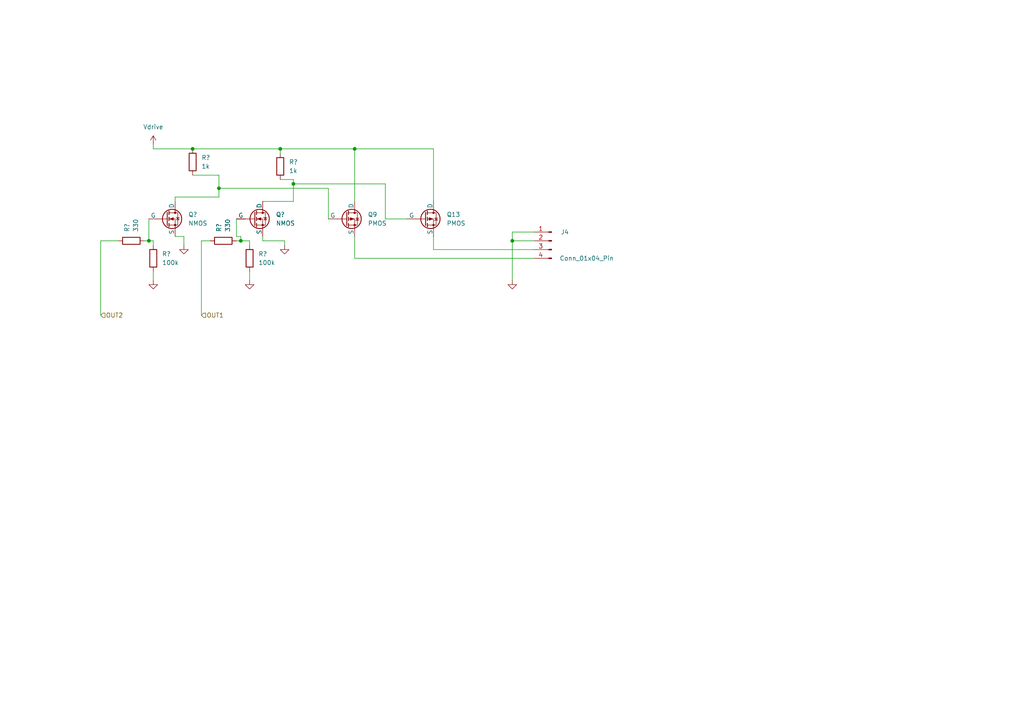
<source format=kicad_sch>
(kicad_sch (version 20230121) (generator eeschema)
  (paper "A4")
  (lib_symbols
    (symbol "Connector:Conn_01x04_Pin" (pin_names (offset 1.016) hide)
      (property "Reference" "J" (at 0 5.08 0))
      (property "Value" "Conn_01x04_Pin" (at 0 -7.62 0))
      (symbol "Conn_01x04_Pin_1_1"
        (polyline (pts (xy 1.27 -5.08) (xy 0.8636 -5.08)) (stroke (width 0.1524)))
        (polyline (pts (xy 1.27 -2.54) (xy 0.8636 -2.54)) (stroke (width 0.1524)))
        (polyline (pts (xy 1.27 0) (xy 0.8636 0)) (stroke (width 0.1524)))
        (polyline (pts (xy 1.27 2.54) (xy 0.8636 2.54)) (stroke (width 0.1524)))
        (rectangle (start 0.8636 -4.953) (end 0 -5.207) (stroke (width 0.1524)) (fill (type outline)))
        (rectangle (start 0.8636 -2.413) (end 0 -2.667) (stroke (width 0.1524)) (fill (type outline)))
        (rectangle (start 0.8636 0.127) (end 0 -0.127) (stroke (width 0.1524)) (fill (type outline)))
        (rectangle (start 0.8636 2.667) (end 0 2.413) (stroke (width 0.1524)) (fill (type outline)))
        (pin passive line (at 5.08 2.54 180) (length 3.81) (name "Pin_1") (number "1"))
        (pin passive line (at 5.08 0 180) (length 3.81) (name "Pin_2") (number "2"))
        (pin passive line (at 5.08 -2.54 180) (length 3.81) (name "Pin_3") (number "3"))
        (pin passive line (at 5.08 -5.08 180) (length 3.81) (name "Pin_4") (number "4"))
      )
    )
    (symbol "Device:R" (pin_numbers hide) (pin_names (offset 0))
      (property "Reference" "R" (at 2.032 0 90))
      (property "Value" "R" (at 0 0 90))
      (symbol "R_0_1"
        (rectangle (start -1.016 -2.54) (end 1.016 2.54) (stroke (width 0.254)))
      )
      (symbol "R_1_1"
        (pin passive line (at 0 3.81 270) (length 1.27) (name "~") (number "1"))
        (pin passive line (at 0 -3.81 90) (length 1.27) (name "~") (number "2"))
      )
    )
    (symbol "Simulation_SPICE:NMOS" (pin_numbers hide) (pin_names (offset 0))
      (property "Reference" "Q" (at 5.08 1.27 0))
      (property "Value" "NMOS" (at 5.08 -1.27 0))
      (symbol "NMOS_0_1"
        (polyline (pts (xy 0.254 0) (xy -2.54 0)))
        (polyline (pts (xy 0.254 1.905) (xy 0.254 -1.905)) (stroke (width 0.254)))
        (polyline (pts (xy 0.762 -1.27) (xy 0.762 -2.286)) (stroke (width 0.254)))
        (polyline (pts (xy 0.762 0.508) (xy 0.762 -0.508)) (stroke (width 0.254)))
        (polyline (pts (xy 0.762 2.286) (xy 0.762 1.27)) (stroke (width 0.254)))
        (polyline (pts (xy 2.54 2.54) (xy 2.54 1.778)))
        (polyline (pts (xy 2.54 -2.54) (xy 2.54 0) (xy 0.762 0)))
        (polyline (pts (xy 0.762 -1.778) (xy 3.302 -1.778) (xy 3.302 1.778) (xy 0.762 1.778)))
        (polyline (pts (xy 1.016 0) (xy 2.032 0.381) (xy 2.032 -0.381) (xy 1.016 0)) (fill (type outline)))
        (polyline (pts (xy 2.794 0.508) (xy 2.921 0.381) (xy 3.683 0.381) (xy 3.81 0.254)))
        (polyline (pts (xy 3.302 0.381) (xy 2.921 -0.254) (xy 3.683 -0.254) (xy 3.302 0.381)))
        (circle (center 1.651 0) (radius 2.794) (stroke (width 0.254)))
        (circle (center 2.54 -1.778) (radius 0.254) (fill (type outline)))
        (circle (center 2.54 1.778) (radius 0.254) (fill (type outline)))
      )
      (symbol "NMOS_1_1"
        (pin passive line (at 2.54 5.08 270) (length 2.54) (name "D") (number "1"))
        (pin input line (at -5.08 0 0) (length 2.54) (name "G") (number "2"))
        (pin passive line (at 2.54 -5.08 90) (length 2.54) (name "S") (number "3"))
      )
    )
    (symbol "Simulation_SPICE:PMOS" (pin_numbers hide) (pin_names (offset 0))
      (property "Reference" "Q" (at 5.08 1.27 0))
      (property "Value" "PMOS" (at 5.08 -1.27 0))
      (symbol "PMOS_0_1"
        (polyline (pts (xy 0.254 0) (xy -2.54 0)))
        (polyline (pts (xy 0.254 1.905) (xy 0.254 -1.905)) (stroke (width 0.254)))
        (polyline (pts (xy 0.762 -1.27) (xy 0.762 -2.286)) (stroke (width 0.254)))
        (polyline (pts (xy 0.762 0.508) (xy 0.762 -0.508)) (stroke (width 0.254)))
        (polyline (pts (xy 0.762 2.286) (xy 0.762 1.27)) (stroke (width 0.254)))
        (polyline (pts (xy 2.54 2.54) (xy 2.54 1.778)))
        (polyline (pts (xy 2.54 -2.54) (xy 2.54 0) (xy 0.762 0)))
        (polyline (pts (xy 0.762 1.778) (xy 3.302 1.778) (xy 3.302 -1.778) (xy 0.762 -1.778)))
        (polyline (pts (xy 2.286 0) (xy 1.27 0.381) (xy 1.27 -0.381) (xy 2.286 0)) (fill (type outline)))
        (polyline (pts (xy 2.794 -0.508) (xy 2.921 -0.381) (xy 3.683 -0.381) (xy 3.81 -0.254)))
        (polyline (pts (xy 3.302 -0.381) (xy 2.921 0.254) (xy 3.683 0.254) (xy 3.302 -0.381)))
        (circle (center 1.651 0) (radius 2.794) (stroke (width 0.254)))
        (circle (center 2.54 -1.778) (radius 0.254) (fill (type outline)))
        (circle (center 2.54 1.778) (radius 0.254) (fill (type outline)))
      )
      (symbol "PMOS_1_1"
        (pin passive line (at 2.54 5.08 270) (length 2.54) (name "D") (number "1"))
        (pin input line (at -5.08 0 0) (length 2.54) (name "G") (number "2"))
        (pin passive line (at 2.54 -5.08 90) (length 2.54) (name "S") (number "3"))
      )
    )
    (symbol "power:GND" (power) (pin_names (offset 0))
      (property "Value" "GND" (at 0 -3.81 0))
      (symbol "GND_0_1"
        (polyline (pts (xy 0 0) (xy 0 -1.27) (xy 1.27 -1.27) (xy 0 -2.54) (xy -1.27 -1.27) (xy 0 -1.27)))
      )
      (symbol "GND_1_1"
        (pin power_in line (at 0 0 270) (length 0) hide (name "GND") (number "1"))
      )
    )
    (symbol "power:Vdrive" (power) (pin_names (offset 0))
      (property "Value" "Vdrive" (at 0 3.81 0))
      (symbol "Vdrive_0_1"
        (polyline (pts (xy -0.762 1.27) (xy 0 2.54)))
        (polyline (pts (xy 0 0) (xy 0 2.54)))
        (polyline (pts (xy 0 2.54) (xy 0.762 1.27)))
      )
      (symbol "Vdrive_1_1"
        (pin power_in line (at 0 0 90) (length 0) hide (name "Vdrive") (number "1"))
      )
    )
  )
  (junction (at 102.87 43.18))
  (junction (at 85.09 53.34))
  (junction (at 43.18 69.85))
  (junction (at 55.88 43.18))
  (junction (at 81.28 43.18))
  (junction (at 148.59 69.85))
  (junction (at 63.5 54.61))
  (junction (at 69.85 69.85))
  (wire (pts (xy 95.25 63.5) (xy 95.25 54.61)))
  (wire (pts (xy 63.5 57.15) (xy 50.8 57.15)))
  (wire (pts (xy 72.39 78.74) (xy 72.39 81.28)))
  (wire (pts (xy 76.2 69.85) (xy 76.2 68.58)))
  (wire (pts (xy 43.18 63.5) (xy 43.18 69.85)))
  (wire (pts (xy 85.09 53.34) (xy 85.09 58.42)))
  (wire (pts (xy 50.8 57.15) (xy 50.8 58.42)))
  (wire (pts (xy 63.5 50.8) (xy 55.88 50.8)))
  (wire (pts (xy 76.2 69.85) (xy 82.55 69.85)))
  (wire (pts (xy 148.59 69.85) (xy 154.94 69.85)))
  (wire (pts (xy 102.87 58.42) (xy 102.87 43.18)))
  (wire (pts (xy 29.21 69.85) (xy 34.29 69.85)))
  (wire (pts (xy 29.21 69.85) (xy 29.21 91.44)))
  (wire (pts (xy 72.39 69.85) (xy 72.39 71.12)))
  (wire (pts (xy 154.94 67.31) (xy 148.59 67.31)))
  (wire (pts (xy 111.76 63.5) (xy 111.76 53.34)))
  (wire (pts (xy 44.45 78.74) (xy 44.45 81.28)))
  (wire (pts (xy 85.09 52.07) (xy 85.09 53.34)))
  (wire (pts (xy 58.42 69.85) (xy 60.96 69.85)))
  (wire (pts (xy 102.87 68.58) (xy 102.87 74.93)))
  (wire (pts (xy 125.73 43.18) (xy 102.87 43.18)))
  (wire (pts (xy 43.18 69.85) (xy 44.45 69.85)))
  (wire (pts (xy 55.88 43.18) (xy 81.28 43.18)))
  (wire (pts (xy 125.73 58.42) (xy 125.73 43.18)))
  (wire (pts (xy 69.85 69.85) (xy 72.39 69.85)))
  (wire (pts (xy 111.76 63.5) (xy 118.11 63.5)))
  (wire (pts (xy 125.73 72.39) (xy 125.73 68.58)))
  (wire (pts (xy 55.88 43.18) (xy 44.45 43.18)))
  (wire (pts (xy 44.45 41.91) (xy 44.45 43.18)))
  (wire (pts (xy 68.58 69.85) (xy 69.85 69.85)))
  (wire (pts (xy 148.59 81.28) (xy 148.59 69.85)))
  (wire (pts (xy 125.73 72.39) (xy 154.94 72.39)))
  (wire (pts (xy 58.42 69.85) (xy 58.42 91.44)))
  (wire (pts (xy 148.59 67.31) (xy 148.59 69.85)))
  (wire (pts (xy 81.28 43.18) (xy 81.28 44.45)))
  (wire (pts (xy 81.28 43.18) (xy 102.87 43.18)))
  (wire (pts (xy 44.45 69.85) (xy 44.45 71.12)))
  (wire (pts (xy 68.58 63.5) (xy 68.58 68.58)))
  (wire (pts (xy 82.55 69.85) (xy 82.55 71.12)))
  (wire (pts (xy 102.87 74.93) (xy 154.94 74.93)))
  (wire (pts (xy 111.76 53.34) (xy 85.09 53.34)))
  (wire (pts (xy 63.5 54.61) (xy 63.5 57.15)))
  (wire (pts (xy 69.85 68.58) (xy 69.85 69.85)))
  (wire (pts (xy 95.25 54.61) (xy 63.5 54.61)))
  (wire (pts (xy 53.34 68.58) (xy 53.34 71.12)))
  (wire (pts (xy 85.09 58.42) (xy 76.2 58.42)))
  (wire (pts (xy 41.91 69.85) (xy 43.18 69.85)))
  (wire (pts (xy 68.58 68.58) (xy 69.85 68.58)))
  (wire (pts (xy 50.8 68.58) (xy 53.34 68.58)))
  (wire (pts (xy 85.09 52.07) (xy 81.28 52.07)))
  (wire (pts (xy 63.5 50.8) (xy 63.5 54.61)))
  (hierarchical_label "OUT1" (shape input) (at 58.42 91.44 0))
  (hierarchical_label "OUT2" (shape input) (at 29.21 91.44 0))
  (symbol (lib_id "Device:R") (at 44.45 74.93 0) (unit 1)
    (property "Reference" "R?" (at 46.99 73.66 0) (effects (justify left)))
    (property "Value" "100k" (at 46.99 76.2 0) (effects (justify left)))
    (instances (project "frodo_io_module" (path "" (reference "R?") (unit 1)) (path "" (reference "R18") (unit 1)) (path "" (reference "R12") (unit 1)) (path "" (reference "R24") (unit 1)) (path "" (reference "R30") (unit 1))))
  )
  (symbol (lib_id "power:Vdrive") (at 44.45 41.91 0) (unit 1)
    (property "Reference" "#PWR?" (effects hide))
    (property "Value" "Vdrive" (at 44.45 36.83 0))
    (instances (project "frodo_io_module" (path "" (reference "#PWR?") (unit 1)) (path "" (reference "#PWR050") (unit 1)) (path "" (reference "#PWR045") (unit 1)) (path "" (reference "#PWR055") (unit 1)) (path "" (reference "#PWR060") (unit 1))))
  )
  (symbol (lib_id "Simulation_SPICE:NMOS") (at 73.66 63.5 0) (unit 1)
    (property "Reference" "Q?" (at 80.01 62.23 0) (effects (justify left)))
    (property "Value" "NMOS" (at 80.01 64.77 0) (effects (justify left)))
    (property "Datasheet" "https://ngspice.sourceforge.io/docs/ngspice-manual.pdf" (effects hide))
    (property "Sim.Device" "NMOS" (effects hide))
    (property "Sim.Type" "VDMOS" (effects hide))
    (property "Sim.Pins" "1=D 2=G 3=S" (effects hide))
    (instances (project "frodo_io_module" (path "" (reference "Q?") (unit 1)) (path "" (reference "Q4") (unit 1)) (path "" (reference "Q2") (unit 1)) (path "" (reference "Q6") (unit 1)) (path "" (reference "Q8") (unit 1))))
  )
  (symbol (lib_id "Device:R") (at 81.28 48.26 0) (unit 1)
    (property "Reference" "R?" (at 83.82 46.99 0) (effects (justify left)))
    (property "Value" "1k" (at 83.82 49.53 0) (effects (justify left)))
    (instances (project "frodo_io_module" (path "" (reference "R?") (unit 1)) (path "" (reference "R22") (unit 1)) (path "" (reference "R16") (unit 1)) (path "" (reference "R28") (unit 1)) (path "" (reference "R34") (unit 1))))
  )
  (symbol (lib_id "Device:R") (at 55.88 46.99 0) (unit 1)
    (property "Reference" "R?" (at 58.42 45.72 0) (effects (justify left)))
    (property "Value" "1k" (at 58.42 48.26 0) (effects (justify left)))
    (instances (project "frodo_io_module" (path "" (reference "R?") (unit 1)) (path "" (reference "R19") (unit 1)) (path "" (reference "R13") (unit 1)) (path "" (reference "R25") (unit 1)) (path "" (reference "R31") (unit 1))))
  )
  (symbol (lib_id "power:GND") (at 53.34 71.12 0) (unit 1)
    (property "Reference" "#PWR?" (effects hide))
    (property "Value" "GND" (effects hide))
    (instances (project "frodo_io_module" (path "" (reference "#PWR?") (unit 1)) (path "" (reference "#PWR052") (unit 1)) (path "" (reference "#PWR047") (unit 1)) (path "" (reference "#PWR057") (unit 1)) (path "" (reference "#PWR062") (unit 1))))
  )
  (symbol (lib_id "Device:R") (at 38.1 69.85 90) (unit 1)
    (property "Reference" "R?" (at 36.83 67.31 0) (effects (justify left)))
    (property "Value" "330" (at 39.37 67.31 0) (effects (justify left)))
    (instances (project "frodo_io_module" (path "" (reference "R?") (unit 1)) (path "" (reference "R17") (unit 1)) (path "" (reference "R11") (unit 1)) (path "" (reference "R23") (unit 1)) (path "" (reference "R29") (unit 1))))
  )
  (symbol (lib_id "Simulation_SPICE:PMOS") (at 100.33 63.5 0) (unit 1)
    (property "Reference" "Q9" (at 106.68 62.23 0) (effects (justify left)))
    (property "Value" "PMOS" (at 106.68 64.77 0) (effects (justify left)))
    (property "Datasheet" "https://ngspice.sourceforge.io/docs/ngspice-manual.pdf" (effects hide))
    (property "Sim.Device" "PMOS" (effects hide))
    (property "Sim.Type" "VDMOS" (effects hide))
    (property "Sim.Pins" "1=D 2=G 3=S" (effects hide))
    (instances (project "frodo_io_module" (path "" (reference "Q9") (unit 1)) (path "" (reference "Q10") (unit 1)) (path "" (reference "Q11") (unit 1)) (path "" (reference "Q12") (unit 1))))
  )
  (symbol (lib_id "power:GND") (at 44.45 81.28 0) (unit 1)
    (property "Reference" "#PWR?" (effects hide))
    (property "Value" "GND" (effects hide))
    (instances (project "frodo_io_module" (path "" (reference "#PWR?") (unit 1)) (path "" (reference "#PWR051") (unit 1)) (path "" (reference "#PWR046") (unit 1)) (path "" (reference "#PWR056") (unit 1)) (path "" (reference "#PWR061") (unit 1))))
  )
  (symbol (lib_id "power:GND") (at 72.39 81.28 0) (unit 1)
    (property "Reference" "#PWR?" (effects hide))
    (property "Value" "GND" (effects hide))
    (instances (project "frodo_io_module" (path "" (reference "#PWR?") (unit 1)) (path "" (reference "#PWR053") (unit 1)) (path "" (reference "#PWR048") (unit 1)) (path "" (reference "#PWR058") (unit 1)) (path "" (reference "#PWR063") (unit 1))))
  )
  (symbol (lib_id "Device:R") (at 64.77 69.85 90) (unit 1)
    (property "Reference" "R?" (at 63.5 67.31 0) (effects (justify left)))
    (property "Value" "330" (at 66.04 67.31 0) (effects (justify left)))
    (instances (project "frodo_io_module" (path "" (reference "R?") (unit 1)) (path "" (reference "R20") (unit 1)) (path "" (reference "R14") (unit 1)) (path "" (reference "R26") (unit 1)) (path "" (reference "R32") (unit 1))))
  )
  (symbol (lib_id "power:GND") (at 82.55 71.12 0) (unit 1)
    (property "Reference" "#PWR?" (effects hide))
    (property "Value" "GND" (effects hide))
    (instances (project "frodo_io_module" (path "" (reference "#PWR?") (unit 1)) (path "" (reference "#PWR054") (unit 1)) (path "" (reference "#PWR049") (unit 1)) (path "" (reference "#PWR059") (unit 1)) (path "" (reference "#PWR064") (unit 1))))
  )
  (symbol (lib_id "power:GND") (at 148.59 81.28 0) (unit 1)
    (property "Reference" "#PWR?" (effects hide))
    (property "Value" "GND" (effects hide))
    (instances (project "frodo_io_module" (path "" (reference "#PWR?") (unit 1)) (path "" (reference "#PWR065") (unit 1)) (path "" (reference "#PWR066") (unit 1)) (path "" (reference "#PWR067") (unit 1)) (path "" (reference "#PWR068") (unit 1))))
  )
  (symbol (lib_id "Simulation_SPICE:NMOS") (at 48.26 63.5 0) (unit 1)
    (property "Reference" "Q?" (at 54.61 62.23 0) (effects (justify left)))
    (property "Value" "NMOS" (at 54.61 64.77 0) (effects (justify left)))
    (property "Datasheet" "https://ngspice.sourceforge.io/docs/ngspice-manual.pdf" (effects hide))
    (property "Sim.Device" "NMOS" (effects hide))
    (property "Sim.Type" "VDMOS" (effects hide))
    (property "Sim.Pins" "1=D 2=G 3=S" (effects hide))
    (instances (project "frodo_io_module" (path "" (reference "Q?") (unit 1)) (path "" (reference "Q3") (unit 1)) (path "" (reference "Q1") (unit 1)) (path "" (reference "Q5") (unit 1)) (path "" (reference "Q7") (unit 1))))
  )
  (symbol (lib_id "Device:R") (at 72.39 74.93 0) (unit 1)
    (property "Reference" "R?" (at 74.93 73.66 0) (effects (justify left)))
    (property "Value" "100k" (at 74.93 76.2 0) (effects (justify left)))
    (instances (project "frodo_io_module" (path "" (reference "R?") (unit 1)) (path "" (reference "R21") (unit 1)) (path "" (reference "R15") (unit 1)) (path "" (reference "R27") (unit 1)) (path "" (reference "R33") (unit 1))))
  )
  (symbol (lib_id "Simulation_SPICE:PMOS") (at 123.19 63.5 0) (unit 1)
    (property "Reference" "Q13" (at 129.54 62.23 0) (effects (justify left)))
    (property "Value" "PMOS" (at 129.54 64.77 0) (effects (justify left)))
    (property "Datasheet" "https://ngspice.sourceforge.io/docs/ngspice-manual.pdf" (effects hide))
    (property "Sim.Device" "PMOS" (effects hide))
    (property "Sim.Type" "VDMOS" (effects hide))
    (property "Sim.Pins" "1=D 2=G 3=S" (effects hide))
    (instances (project "frodo_io_module" (path "" (reference "Q13") (unit 1)) (path "" (reference "Q14") (unit 1)) (path "" (reference "Q15") (unit 1)) (path "" (reference "Q16") (unit 1))))
  )
  (symbol (lib_id "Connector:Conn_01x04_Pin") (at 160.02 69.85 0) (mirror y) (unit 1)
    (property "Reference" "J4" (at 163.83 67.31 0))
    (property "Value" "Conn_01x04_Pin" (at 170.18 74.93 0))
    (instances (project "STM32F072RBT6- TUDSAT avionics" (path "" (reference "J4") (unit 1))) (project "frodo_io_module" (path "" (reference "J?") (unit 1)) (path "" (reference "J9") (unit 1)) (path "" (reference "J8") (unit 1)) (path "" (reference "J10") (unit 1)) (path "" (reference "J11") (unit 1))))
  )
)
</source>
